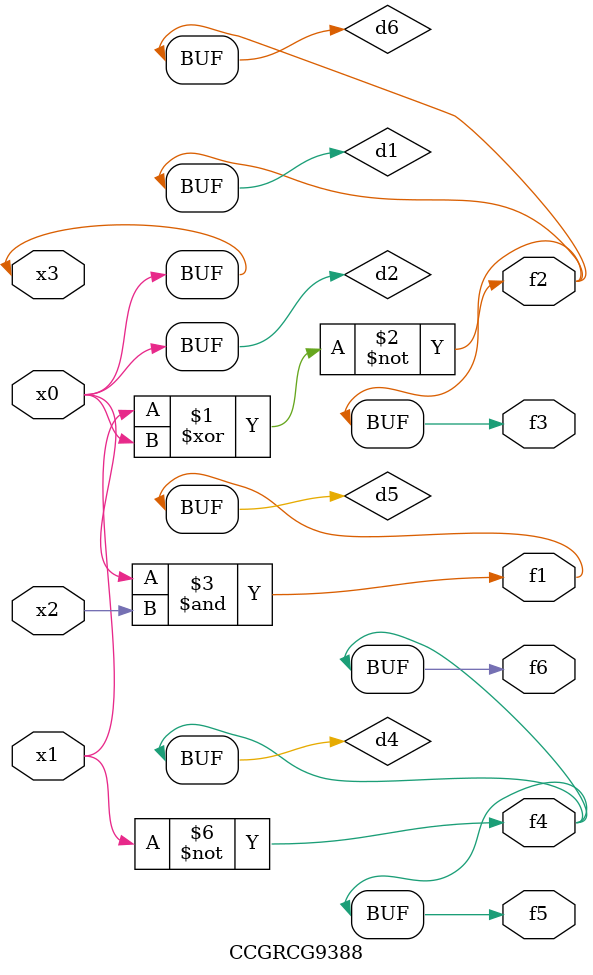
<source format=v>
module CCGRCG9388(
	input x0, x1, x2, x3,
	output f1, f2, f3, f4, f5, f6
);

	wire d1, d2, d3, d4, d5, d6;

	xnor (d1, x1, x3);
	buf (d2, x0, x3);
	nand (d3, x0, x2);
	not (d4, x1);
	nand (d5, d3);
	or (d6, d1);
	assign f1 = d5;
	assign f2 = d6;
	assign f3 = d6;
	assign f4 = d4;
	assign f5 = d4;
	assign f6 = d4;
endmodule

</source>
